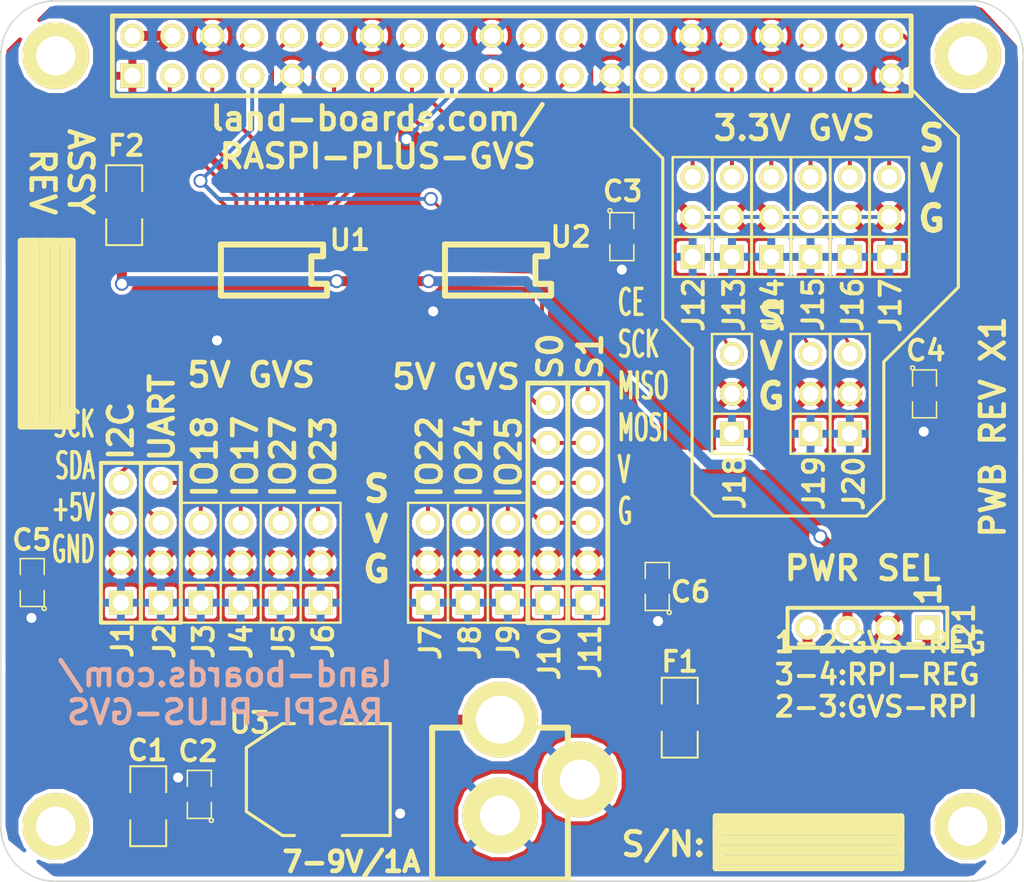
<source format=kicad_pcb>
(kicad_pcb (version 3) (host pcbnew "(2013-05-31 BZR 4019)-stable")
  (layers (15 F.Cu signal hide) (0 B.Cu signal hide) (20 B.SilkS user) (21 F.SilkS user) (22 B.Mask user) (23 F.Mask user) (28 Edge.Cuts user))
  (net 0 "")
  (net 1 /+3.3V)
  (net 2 /BIO_17)
  (net 3 /BIO_18)
  (net 4 /BIO_22)
  (net 5 /BIO_23)
  (net 6 /BIO_24)
  (net 7 /BIO_25)
  (net 8 /BIO_27)
  (net 9 /BRXD0)
  (net 10 /BSCLK1)
  (net 11 /BSDA1)
  (net 12 /BSPICE0)
  (net 13 /BSPICE1)
  (net 14 /BSPIMISO)
  (net 15 /BSPIMOSI)
  (net 16 /BSPISCK)
  (net 17 /BTXD0)
  (net 18 /GND)
  (net 19 /GV5V)
  (net 20 /IO_12)
  (net 21 /IO_13)
  (net 22 /IO_16)
  (net 23 /IO_17)
  (net 24 /IO_18)
  (net 25 /IO_19)
  (net 26 /IO_20)
  (net 27 /IO_21)
  (net 28 /IO_22)
  (net 29 /IO_23)
  (net 30 /IO_24)
  (net 31 /IO_25)
  (net 32 /IO_26)
  (net 33 /IO_27)
  (net 34 /IO_4)
  (net 35 /IO_5)
  (net 36 /IO_6)
  (net 37 /R5)
  (net 38 /RP5V)
  (net 39 /RXD0)
  (net 40 /SCLK1)
  (net 41 /SDA1)
  (net 42 /SPICE0)
  (net 43 /SPICE1)
  (net 44 /SPIMISO)
  (net 45 /SPIMOSI)
  (net 46 /SPISCK)
  (net 47 /TXD0)
  (net 48 /VR5V)
  (net 49 /VRIN)
  (net 50 /VROUT)
  (module PIN_ARRAY_4x1 (layer F.Cu) (at 10.18 34.47 90)
    (fp_text reference J2 (at -6.2716 0.234 90) (layer F.SilkS) (effects (font (size 1.27 1.27) (thickness 0.254))))
    (fp_text value CONN_4 hide)
    (pad 1 thru_hole rect (at -3.81 0 90) (size 1.524 1.524) (drill 1.016) (layers *.Cu *.Mask F.SilkS) (net 18 /GND))
    (pad 2 thru_hole circle (at -1.27 0 90) (size 1.524 1.524) (drill 1.016) (layers *.Cu *.Mask F.SilkS) (net 19 /GV5V))
    (pad 3 thru_hole circle (at 1.27 0 90) (size 1.524 1.524) (drill 1.016) (layers *.Cu *.Mask F.SilkS) (net 17 /BTXD0))
    (pad 4 thru_hole circle (at 3.81 0 90) (size 1.524 1.524) (drill 1.016) (layers *.Cu *.Mask F.SilkS) (net 9 /BRXD0))
  )
  (module PIN_ARRAY_3X1 (layer F.Cu) (at 12.72 35.74 90)
    (fp_text reference J3 (at -5.0016 0.1832 90) (layer F.SilkS) (effects (font (size 1.27 1.27) (thickness 0.254))))
    (fp_text value CONN_3 hide)
    (pad 1 thru_hole rect (at -2.54 0 90) (size 1.524 1.524) (drill 1.016) (layers *.Cu *.Mask F.SilkS) (net 18 /GND))
    (pad 2 thru_hole circle (at 0 0 90) (size 1.524 1.524) (drill 1.016) (layers *.Cu *.Mask F.SilkS) (net 19 /GV5V))
    (pad 3 thru_hole circle (at 2.54 0 90) (size 1.524 1.524) (drill 1.016) (layers *.Cu *.Mask F.SilkS) (net 3 /BIO_18))
  )
  (module PIN_ARRAY_3X1 (layer F.Cu) (at 17.8 35.74 90)
    (fp_text reference J5 (at -5.0016 0.1832 90) (layer F.SilkS) (effects (font (size 1.27 1.27) (thickness 0.254))))
    (fp_text value CONN_3 hide)
    (pad 1 thru_hole rect (at -2.54 0 90) (size 1.524 1.524) (drill 1.016) (layers *.Cu *.Mask F.SilkS) (net 18 /GND))
    (pad 2 thru_hole circle (at 0 0 90) (size 1.524 1.524) (drill 1.016) (layers *.Cu *.Mask F.SilkS) (net 19 /GV5V))
    (pad 3 thru_hole circle (at 2.54 0 90) (size 1.524 1.524) (drill 1.016) (layers *.Cu *.Mask F.SilkS) (net 8 /BIO_27))
  )
  (module PIN_ARRAY_3X1 (layer F.Cu) (at 27.17 35.74 90)
    (fp_text reference J7 (at -5.0778 0.1604 90) (layer F.SilkS) (effects (font (size 1.27 1.27) (thickness 0.254))))
    (fp_text value CONN_3 hide)
    (pad 1 thru_hole rect (at -2.54 0 90) (size 1.524 1.524) (drill 1.016) (layers *.Cu *.Mask F.SilkS) (net 18 /GND))
    (pad 2 thru_hole circle (at 0 0 90) (size 1.524 1.524) (drill 1.016) (layers *.Cu *.Mask F.SilkS) (net 19 /GV5V))
    (pad 3 thru_hole circle (at 2.54 0 90) (size 1.524 1.524) (drill 1.016) (layers *.Cu *.Mask F.SilkS) (net 4 /BIO_22))
  )
  (module PIN_ARRAY_3X1 (layer F.Cu) (at 32.25 35.74 90)
    (fp_text reference J9 (at -5.0524 0.0334 90) (layer F.SilkS) (effects (font (size 1.27 1.27) (thickness 0.254))))
    (fp_text value CONN_3 hide)
    (pad 1 thru_hole rect (at -2.54 0 90) (size 1.524 1.524) (drill 1.016) (layers *.Cu *.Mask F.SilkS) (net 18 /GND))
    (pad 2 thru_hole circle (at 0 0 90) (size 1.524 1.524) (drill 1.016) (layers *.Cu *.Mask F.SilkS) (net 19 /GV5V))
    (pad 3 thru_hole circle (at 2.54 0 90) (size 1.524 1.524) (drill 1.016) (layers *.Cu *.Mask F.SilkS) (net 7 /BIO_25))
  )
  (module PIN_ARRAY_3X1 (layer F.Cu) (at 20.34 35.74 90)
    (fp_text reference J6 (at -5.0016 0.1578 90) (layer F.SilkS) (effects (font (size 1.27 1.27) (thickness 0.254))))
    (fp_text value CONN_3 hide)
    (pad 1 thru_hole rect (at -2.54 0 90) (size 1.524 1.524) (drill 1.016) (layers *.Cu *.Mask F.SilkS) (net 18 /GND))
    (pad 2 thru_hole circle (at 0 0 90) (size 1.524 1.524) (drill 1.016) (layers *.Cu *.Mask F.SilkS) (net 19 /GV5V))
    (pad 3 thru_hole circle (at 2.54 0 90) (size 1.524 1.524) (drill 1.016) (layers *.Cu *.Mask F.SilkS) (net 5 /BIO_23))
  )
  (module PIN_ARRAY_3X1 (layer F.Cu) (at 29.71 35.74 90)
    (fp_text reference J8 (at -5.0778 0.135 90) (layer F.SilkS) (effects (font (size 1.27 1.27) (thickness 0.254))))
    (fp_text value CONN_3 hide)
    (pad 1 thru_hole rect (at -2.54 0 90) (size 1.524 1.524) (drill 1.016) (layers *.Cu *.Mask F.SilkS) (net 18 /GND))
    (pad 2 thru_hole circle (at 0 0 90) (size 1.524 1.524) (drill 1.016) (layers *.Cu *.Mask F.SilkS) (net 19 /GV5V))
    (pad 3 thru_hole circle (at 2.54 0 90) (size 1.524 1.524) (drill 1.016) (layers *.Cu *.Mask F.SilkS) (net 6 /BIO_24))
  )
  (module PIN_ARRAY-6X1 (layer F.Cu) (at 37.33 31.93 90)
    (fp_text reference J11 (at -9.472 0.1604 90) (layer F.SilkS) (effects (font (size 1.27 1.27) (thickness 0.254))))
    (fp_text value CONN_6 hide)
    (pad 1 thru_hole rect (at -6.35 0 90) (size 1.524 1.524) (drill 1.016) (layers *.Cu *.Mask F.SilkS) (net 18 /GND))
    (pad 2 thru_hole circle (at -3.81 0 90) (size 1.524 1.524) (drill 1.016) (layers *.Cu *.Mask F.SilkS) (net 19 /GV5V))
    (pad 3 thru_hole circle (at -1.27 0 90) (size 1.524 1.524) (drill 1.016) (layers *.Cu *.Mask F.SilkS) (net 15 /BSPIMOSI))
    (pad 4 thru_hole circle (at 1.27 0 90) (size 1.524 1.524) (drill 1.016) (layers *.Cu *.Mask F.SilkS) (net 14 /BSPIMISO))
    (pad 5 thru_hole circle (at 3.81 0 90) (size 1.524 1.524) (drill 1.016) (layers *.Cu *.Mask F.SilkS) (net 16 /BSPISCK))
    (pad 6 thru_hole circle (at 6.35 0 90) (size 1.524 1.524) (drill 1.016) (layers *.Cu *.Mask F.SilkS) (net 13 /BSPICE1))
  )
  (module SM1206 (layer F.Cu) (at 43.18 45.593 90)
    (fp_text reference F1 (at 3.556 0 180) (layer F.SilkS) (effects (font (size 1.27 1.27) (thickness 0.254))))
    (fp_text value FUSE hide)
    (pad 1 smd rect (at -1.651 0 90) (size 1.524 2.032) (layers F.Cu F.Mask) (net 50 /VROUT))
    (pad 2 smd rect (at 1.651 0 90) (size 1.524 2.032) (layers F.Cu F.Mask) (net 48 /VR5V))
  )
  (module PIN_ARRAY_4x1 (layer F.Cu) (at 7.64 34.47 90)
    (fp_text reference J1 (at -6.2208 0.107 90) (layer F.SilkS) (effects (font (size 1.27 1.27) (thickness 0.254))))
    (fp_text value CONN_4 hide)
    (pad 1 thru_hole rect (at -3.81 0 90) (size 1.524 1.524) (drill 1.016) (layers *.Cu *.Mask F.SilkS) (net 18 /GND))
    (pad 2 thru_hole circle (at -1.27 0 90) (size 1.524 1.524) (drill 1.016) (layers *.Cu *.Mask F.SilkS) (net 19 /GV5V))
    (pad 3 thru_hole circle (at 1.27 0 90) (size 1.524 1.524) (drill 1.016) (layers *.Cu *.Mask F.SilkS) (net 11 /BSDA1))
    (pad 4 thru_hole circle (at 3.81 0 90) (size 1.524 1.524) (drill 1.016) (layers *.Cu *.Mask F.SilkS) (net 10 /BSCLK1))
  )
  (module PIN_ARRAY_3X1 (layer F.Cu) (at 15.26 35.74 90)
    (fp_text reference J4 (at -5.027 0.0562 90) (layer F.SilkS) (effects (font (size 1.27 1.27) (thickness 0.254))))
    (fp_text value CONN_3 hide)
    (pad 1 thru_hole rect (at -2.54 0 90) (size 1.524 1.524) (drill 1.016) (layers *.Cu *.Mask F.SilkS) (net 18 /GND))
    (pad 2 thru_hole circle (at 0 0 90) (size 1.524 1.524) (drill 1.016) (layers *.Cu *.Mask F.SilkS) (net 19 /GV5V))
    (pad 3 thru_hole circle (at 2.54 0 90) (size 1.524 1.524) (drill 1.016) (layers *.Cu *.Mask F.SilkS) (net 2 /BIO_17))
  )
  (module PIN_ARRAY-6X1 (layer F.Cu) (at 34.79 31.93 90)
    (fp_text reference J10 (at -9.5736 0.1096 90) (layer F.SilkS) (effects (font (size 1.27 1.27) (thickness 0.254))))
    (fp_text value CONN_6 hide)
    (pad 1 thru_hole rect (at -6.35 0 90) (size 1.524 1.524) (drill 1.016) (layers *.Cu *.Mask F.SilkS) (net 18 /GND))
    (pad 2 thru_hole circle (at -3.81 0 90) (size 1.524 1.524) (drill 1.016) (layers *.Cu *.Mask F.SilkS) (net 19 /GV5V))
    (pad 3 thru_hole circle (at -1.27 0 90) (size 1.524 1.524) (drill 1.016) (layers *.Cu *.Mask F.SilkS) (net 15 /BSPIMOSI))
    (pad 4 thru_hole circle (at 1.27 0 90) (size 1.524 1.524) (drill 1.016) (layers *.Cu *.Mask F.SilkS) (net 14 /BSPIMISO))
    (pad 5 thru_hole circle (at 3.81 0 90) (size 1.524 1.524) (drill 1.016) (layers *.Cu *.Mask F.SilkS) (net 16 /BSPISCK))
    (pad 6 thru_hole circle (at 6.35 0 90) (size 1.524 1.524) (drill 1.016) (layers *.Cu *.Mask F.SilkS) (net 12 /BSPICE0))
  )
  (module SOG20 (layer F.Cu) (at 31.5 17 180)
    (fp_text reference U2 (at -4.7458 1.9886 180) (layer F.SilkS) (effects (font (size 1.27 1.27) (thickness 0.254))))
    (fp_text value TXB0108 hide)
    (pad 11 smd rect (at 2.95 -2.8 180) (size 0.25 1.55) (layers F.Cu F.Mask) (net 18 /GND))
    (pad 12 smd rect (at 2.275 -2.8 180) (size 0.25 1.55) (layers F.Cu F.Mask) (net 4 /BIO_22))
    (pad 13 smd rect (at 1.625 -2.8 180) (size 0.25 1.55) (layers F.Cu F.Mask) (net 6 /BIO_24))
    (pad 14 smd rect (at 0.975 -2.8 180) (size 0.25 1.55) (layers F.Cu F.Mask) (net 7 /BIO_25))
    (pad 15 smd rect (at 0.325 -2.8 180) (size 0.25 1.55) (layers F.Cu F.Mask) (net 15 /BSPIMOSI))
    (pad 16 smd rect (at -0.325 -2.8 180) (size 0.25 1.55) (layers F.Cu F.Mask) (net 14 /BSPIMISO))
    (pad 17 smd rect (at -0.975 -2.8 180) (size 0.25 1.55) (layers F.Cu F.Mask) (net 16 /BSPISCK))
    (pad 18 smd rect (at -1.625 -2.8 180) (size 0.25 1.55) (layers F.Cu F.Mask) (net 12 /BSPICE0))
    (pad 19 smd rect (at -2.275 -2.8 180) (size 0.25 1.55) (layers F.Cu F.Mask) (net 19 /GV5V))
    (pad 20 smd rect (at -2.925 -2.8 180) (size 0.25 1.55) (layers F.Cu F.Mask) (net 13 /BSPICE1))
    (pad 1 smd rect (at -2.925 2.8 180) (size 0.25 1.55) (layers F.Cu F.Mask) (net 43 /SPICE1))
    (pad 2 smd rect (at -2.275 2.8 180) (size 0.25 1.55) (layers F.Cu F.Mask) (net 1 /+3.3V))
    (pad 3 smd rect (at -1.625 2.8 180) (size 0.25 1.55) (layers F.Cu F.Mask) (net 42 /SPICE0))
    (pad 4 smd rect (at -0.975 2.8 180) (size 0.25 1.55) (layers F.Cu F.Mask) (net 46 /SPISCK))
    (pad 5 smd rect (at -0.325 2.8 180) (size 0.25 1.55) (layers F.Cu F.Mask) (net 44 /SPIMISO))
    (pad 6 smd rect (at 0.325 2.8 180) (size 0.25 1.55) (layers F.Cu F.Mask) (net 45 /SPIMOSI))
    (pad 7 smd rect (at 0.975 2.8 180) (size 0.25 1.55) (layers F.Cu F.Mask) (net 31 /IO_25))
    (pad 8 smd rect (at 1.625 2.8 180) (size 0.25 1.55) (layers F.Cu F.Mask) (net 30 /IO_24))
    (pad 9 smd rect (at 2.275 2.8 180) (size 0.25 1.55) (layers F.Cu F.Mask) (net 28 /IO_22))
    (pad 10 smd rect (at 2.925 2.8 180) (size 0.25 1.55) (layers F.Cu F.Mask) (net 34 /IO_4))
  )
  (module SOG20 (layer F.Cu) (at 17.25 17 180)
    (fp_text reference U1 (at -4.9496 1.7854 180) (layer F.SilkS) (effects (font (size 1.27 1.27) (thickness 0.254))))
    (fp_text value TXB0108 hide)
    (pad 11 smd rect (at 2.95 -2.8 180) (size 0.25 1.55) (layers F.Cu F.Mask) (net 18 /GND))
    (pad 12 smd rect (at 2.275 -2.8 180) (size 0.25 1.55) (layers F.Cu F.Mask) (net 11 /BSDA1))
    (pad 13 smd rect (at 1.625 -2.8 180) (size 0.25 1.55) (layers F.Cu F.Mask) (net 10 /BSCLK1))
    (pad 14 smd rect (at 0.975 -2.8 180) (size 0.25 1.55) (layers F.Cu F.Mask) (net 17 /BTXD0))
    (pad 15 smd rect (at 0.325 -2.8 180) (size 0.25 1.55) (layers F.Cu F.Mask) (net 9 /BRXD0))
    (pad 16 smd rect (at -0.325 -2.8 180) (size 0.25 1.55) (layers F.Cu F.Mask) (net 3 /BIO_18))
    (pad 17 smd rect (at -0.975 -2.8 180) (size 0.25 1.55) (layers F.Cu F.Mask) (net 2 /BIO_17))
    (pad 18 smd rect (at -1.625 -2.8 180) (size 0.25 1.55) (layers F.Cu F.Mask) (net 8 /BIO_27))
    (pad 19 smd rect (at -2.275 -2.8 180) (size 0.25 1.55) (layers F.Cu F.Mask) (net 19 /GV5V))
    (pad 20 smd rect (at -2.925 -2.8 180) (size 0.25 1.55) (layers F.Cu F.Mask) (net 5 /BIO_23))
    (pad 1 smd rect (at -2.925 2.8 180) (size 0.25 1.55) (layers F.Cu F.Mask) (net 29 /IO_23))
    (pad 2 smd rect (at -2.275 2.8 180) (size 0.25 1.55) (layers F.Cu F.Mask) (net 1 /+3.3V))
    (pad 3 smd rect (at -1.625 2.8 180) (size 0.25 1.55) (layers F.Cu F.Mask) (net 33 /IO_27))
    (pad 4 smd rect (at -0.975 2.8 180) (size 0.25 1.55) (layers F.Cu F.Mask) (net 23 /IO_17))
    (pad 5 smd rect (at -0.325 2.8 180) (size 0.25 1.55) (layers F.Cu F.Mask) (net 24 /IO_18))
    (pad 6 smd rect (at 0.325 2.8 180) (size 0.25 1.55) (layers F.Cu F.Mask) (net 39 /RXD0))
    (pad 7 smd rect (at 0.975 2.8 180) (size 0.25 1.55) (layers F.Cu F.Mask) (net 47 /TXD0))
    (pad 8 smd rect (at 1.625 2.8 180) (size 0.25 1.55) (layers F.Cu F.Mask) (net 40 /SCLK1))
    (pad 9 smd rect (at 2.275 2.8 180) (size 0.25 1.55) (layers F.Cu F.Mask) (net 41 /SDA1))
    (pad 10 smd rect (at 2.925 2.8 180) (size 0.25 1.55) (layers F.Cu F.Mask) (net 34 /IO_4))
  )
  (module SOT223 (layer F.Cu) (at 20.193 49.53 90)
    (fp_text reference U3 (at 3.6068 -4.3688 180) (layer F.SilkS) (effects (font (size 1.27 1.27) (thickness 0.254))))
    (fp_text value AP1117 hide)
    (pad 4 smd rect (at 0 -3.302 90) (size 3.6576 2.032) (layers F.Cu F.Mask) (net 50 /VROUT))
    (pad 2 smd rect (at 0 3.302 90) (size 1.016 2.032) (layers F.Cu F.Mask) (net 50 /VROUT))
    (pad 3 smd rect (at 2.286 3.302 90) (size 1.016 2.032) (layers F.Cu F.Mask) (net 49 /VRIN))
    (pad 1 smd rect (at -2.286 3.302 90) (size 1.016 2.032) (layers F.Cu F.Mask) (net 18 /GND))
  )
  (module SM1206 (layer F.Cu) (at 9.3772 51.2246 90)
    (fp_text reference C1 (at 3.5488 -0.0554 180) (layer F.SilkS) (effects (font (size 1.27 1.27) (thickness 0.254))))
    (fp_text value 106 hide)
    (pad 1 smd rect (at -1.651 0 90) (size 1.524 2.032) (layers F.Cu F.Mask) (net 50 /VROUT))
    (pad 2 smd rect (at 1.651 0 90) (size 1.524 2.032) (layers F.Cu F.Mask) (net 18 /GND))
  )
  (module SM1206 (layer F.Cu) (at 7.85 13 270)
    (fp_text reference F2 (at -3.7798 -0.1256 360) (layer F.SilkS) (effects (font (size 1.27 1.27) (thickness 0.254))))
    (fp_text value FUSE hide)
    (pad 1 smd rect (at -1.651 0 270) (size 1.524 2.032) (layers F.Cu F.Mask) (net 37 /R5))
    (pad 2 smd rect (at 1.651 0 270) (size 1.524 2.032) (layers F.Cu F.Mask) (net 38 /RP5V))
  )
  (module PIN_ARRAY_4x1 (layer F.Cu) (at 55.118 39.878 180)
    (fp_text reference J21 (at -6.1468 -0.1524 270) (layer F.SilkS) (effects (font (size 1.27 1.27) (thickness 0.254))))
    (fp_text value CONN_4 hide)
    (pad 1 thru_hole rect (at -3.81 0 180) (size 1.524 1.524) (drill 1.016) (layers *.Cu *.Mask F.SilkS) (net 48 /VR5V))
    (pad 2 thru_hole circle (at -1.27 0 180) (size 1.524 1.524) (drill 1.016) (layers *.Cu *.Mask F.SilkS) (net 19 /GV5V))
    (pad 3 thru_hole circle (at 1.27 0 180) (size 1.524 1.524) (drill 1.016) (layers *.Cu *.Mask F.SilkS) (net 38 /RP5V))
    (pad 4 thru_hole circle (at 3.81 0 180) (size 1.524 1.524) (drill 1.016) (layers *.Cu *.Mask F.SilkS) (net 48 /VR5V))
  )
  (module JACK_2.1MM (layer F.Cu) (at 31.75 51.816 90)
    (fp_text reference J22 hide)
    (fp_text value JACK-3.5MM hide)
    (pad 2 thru_hole circle (at 0 0 90) (size 4.8006 4.8006) (drill 2.54) (layers *.Cu *.Mask F.SilkS) (net 18 /GND))
    (pad 1 thru_hole circle (at 6.096 0 90) (size 4.8006 4.8006) (drill 3.048) (layers *.Cu *.Mask F.SilkS) (net 49 /VRIN))
    (pad 3 thru_hole circle (at 2.286 5.08 90) (size 4.8006 4.8006) (drill 2.54) (layers *.Cu *.Mask F.SilkS) (net 18 /GND))
  )
  (module SM0805 (layer F.Cu) (at 12.6272 50.4746 90)
    (fp_text reference C2 (at 2.748 -0.0796 180) (layer F.SilkS) (effects (font (size 1.27 1.27) (thickness 0.254))))
    (fp_text value 104 hide)
    (pad 1 smd rect (at -0.9525 0 90) (size 0.889 1.397) (layers F.Cu F.Mask) (net 50 /VROUT))
    (pad 2 smd rect (at 0.9525 0 90) (size 0.889 1.397) (layers F.Cu F.Mask) (net 18 /GND))
  )
  (module SM0805 (layer F.Cu) (at 39.5 15 270)
    (fp_text reference C3 (at -2.8842 -0.0478 360) (layer F.SilkS) (effects (font (size 1.27 1.27) (thickness 0.254))))
    (fp_text value 104 hide)
    (pad 1 smd rect (at -0.9525 0 270) (size 0.889 1.397) (layers F.Cu F.Mask) (net 1 /+3.3V))
    (pad 2 smd rect (at 0.9525 0 270) (size 0.889 1.397) (layers F.Cu F.Mask) (net 18 /GND))
  )
  (module SM0805 (layer F.Cu) (at 58.75 25 270)
    (fp_text reference C4 (at -2.7496 -0.0764 360) (layer F.SilkS) (effects (font (size 1.27 1.27) (thickness 0.254))))
    (fp_text value 104 hide)
    (pad 1 smd rect (at -0.9525 0 270) (size 0.889 1.397) (layers F.Cu F.Mask) (net 1 /+3.3V))
    (pad 2 smd rect (at 0.9525 0 270) (size 0.889 1.397) (layers F.Cu F.Mask) (net 18 /GND))
  )
  (module SM0805 (layer F.Cu) (at 2 37 90)
    (fp_text reference C5 (at 2.71 -0.0188 180) (layer F.SilkS) (effects (font (size 1.27 1.27) (thickness 0.254))))
    (fp_text value 104 hide)
    (pad 1 smd rect (at -0.9525 0 90) (size 0.889 1.397) (layers F.Cu F.Mask) (net 18 /GND))
    (pad 2 smd rect (at 0.9525 0 90) (size 0.889 1.397) (layers F.Cu F.Mask) (net 19 /GV5V))
  )
  (module SM0805 (layer F.Cu) (at 41.75 37.25 90)
    (fp_text reference C6 (at -0.342 2.1158 180) (layer F.SilkS) (effects (font (size 1.27 1.27) (thickness 0.254))))
    (fp_text value 104 hide)
    (pad 1 smd rect (at -0.9525 0 90) (size 0.889 1.397) (layers F.Cu F.Mask) (net 18 /GND))
    (pad 2 smd rect (at 0.9525 0 90) (size 0.889 1.397) (layers F.Cu F.Mask) (net 19 /GV5V))
  )
  (module REV_BLOCK (layer F.Cu) (at 51.816 53.3908 180)
    (fp_text reference COUP?2 hide)
    (fp_text value COUPON hide)
  )
  (module REV_BLOCK (layer F.Cu) (at 2.794 20.7264 270)
    (fp_text reference COUP?1 hide)
    (fp_text value COUPON hide)
  )
  (module PIN_ARRAY_3X1 (layer F.Cu) (at 44 13.75 90)
    (fp_text reference J12 (at -5.5794 0.069 90) (layer F.SilkS) (effects (font (size 1.27 1.27) (thickness 0.254))))
    (fp_text value CONN_3 hide)
    (pad 1 thru_hole rect (at -2.54 0 90) (size 1.524 1.524) (drill 1.016) (layers *.Cu *.Mask F.SilkS) (net 18 /GND))
    (pad 2 thru_hole circle (at 0 0 90) (size 1.524 1.524) (drill 1.016) (layers *.Cu *.Mask F.SilkS) (net 1 /+3.3V))
    (pad 3 thru_hole circle (at 2.54 0 90) (size 1.524 1.524) (drill 1.016) (layers *.Cu *.Mask F.SilkS) (net 35 /IO_5))
  )
  (module PIN_ARRAY_3X1 (layer F.Cu) (at 46.5 13.75 90)
    (fp_text reference J13 (at -5.5794 0.1344 90) (layer F.SilkS) (effects (font (size 1.27 1.27) (thickness 0.254))))
    (fp_text value CONN_3 hide)
    (pad 1 thru_hole rect (at -2.54 0 90) (size 1.524 1.524) (drill 1.016) (layers *.Cu *.Mask F.SilkS) (net 18 /GND))
    (pad 2 thru_hole circle (at 0 0 90) (size 1.524 1.524) (drill 1.016) (layers *.Cu *.Mask F.SilkS) (net 1 /+3.3V))
    (pad 3 thru_hole circle (at 2.54 0 90) (size 1.524 1.524) (drill 1.016) (layers *.Cu *.Mask F.SilkS) (net 36 /IO_6))
  )
  (module PIN_ARRAY_3X1 (layer F.Cu) (at 49 13.75 90)
    (fp_text reference J14 (at -5.6048 0.0982 90) (layer F.SilkS) (effects (font (size 1.27 1.27) (thickness 0.254))))
    (fp_text value CONN_3 hide)
    (pad 1 thru_hole rect (at -2.54 0 90) (size 1.524 1.524) (drill 1.016) (layers *.Cu *.Mask F.SilkS) (net 18 /GND))
    (pad 2 thru_hole circle (at 0 0 90) (size 1.524 1.524) (drill 1.016) (layers *.Cu *.Mask F.SilkS) (net 1 /+3.3V))
    (pad 3 thru_hole circle (at 2.54 0 90) (size 1.524 1.524) (drill 1.016) (layers *.Cu *.Mask F.SilkS) (net 21 /IO_13))
  )
  (module PIN_ARRAY_3X1 (layer F.Cu) (at 51.5 13.75 90)
    (fp_text reference J15 (at -5.554 0.1636 90) (layer F.SilkS) (effects (font (size 1.27 1.27) (thickness 0.254))))
    (fp_text value CONN_3 hide)
    (pad 1 thru_hole rect (at -2.54 0 90) (size 1.524 1.524) (drill 1.016) (layers *.Cu *.Mask F.SilkS) (net 18 /GND))
    (pad 2 thru_hole circle (at 0 0 90) (size 1.524 1.524) (drill 1.016) (layers *.Cu *.Mask F.SilkS) (net 1 /+3.3V))
    (pad 3 thru_hole circle (at 2.54 0 90) (size 1.524 1.524) (drill 1.016) (layers *.Cu *.Mask F.SilkS) (net 25 /IO_19))
  )
  (module PIN_ARRAY_3X1 (layer F.Cu) (at 54 13.75 90)
    (fp_text reference J16 (at -5.5794 0.1782 90) (layer F.SilkS) (effects (font (size 1.27 1.27) (thickness 0.254))))
    (fp_text value CONN_3 hide)
    (pad 1 thru_hole rect (at -2.54 0 90) (size 1.524 1.524) (drill 1.016) (layers *.Cu *.Mask F.SilkS) (net 18 /GND))
    (pad 2 thru_hole circle (at 0 0 90) (size 1.524 1.524) (drill 1.016) (layers *.Cu *.Mask F.SilkS) (net 1 /+3.3V))
    (pad 3 thru_hole circle (at 2.54 0 90) (size 1.524 1.524) (drill 1.016) (layers *.Cu *.Mask F.SilkS) (net 32 /IO_26))
  )
  (module PIN_ARRAY_3X1 (layer F.Cu) (at 46.5 25 90)
    (fp_text reference J18 (at -5.6324 0.1852 90) (layer F.SilkS) (effects (font (size 1.27 1.27) (thickness 0.254))))
    (fp_text value CONN_3 hide)
    (pad 1 thru_hole rect (at -2.54 0 90) (size 1.524 1.524) (drill 1.016) (layers *.Cu *.Mask F.SilkS) (net 18 /GND))
    (pad 2 thru_hole circle (at 0 0 90) (size 1.524 1.524) (drill 1.016) (layers *.Cu *.Mask F.SilkS) (net 1 /+3.3V))
    (pad 3 thru_hole circle (at 2.54 0 90) (size 1.524 1.524) (drill 1.016) (layers *.Cu *.Mask F.SilkS) (net 20 /IO_12))
  )
  (module PIN_ARRAY_3X1 (layer F.Cu) (at 51.5 25 90)
    (fp_text reference J19 (at -5.6832 0.2144 90) (layer F.SilkS) (effects (font (size 1.27 1.27) (thickness 0.254))))
    (fp_text value CONN_3 hide)
    (pad 1 thru_hole rect (at -2.54 0 90) (size 1.524 1.524) (drill 1.016) (layers *.Cu *.Mask F.SilkS) (net 18 /GND))
    (pad 2 thru_hole circle (at 0 0 90) (size 1.524 1.524) (drill 1.016) (layers *.Cu *.Mask F.SilkS) (net 1 /+3.3V))
    (pad 3 thru_hole circle (at 2.54 0 90) (size 1.524 1.524) (drill 1.016) (layers *.Cu *.Mask F.SilkS) (net 22 /IO_16))
  )
  (module PIN_ARRAY_3X1 (layer F.Cu) (at 54 25 90)
    (fp_text reference J20 (at -5.7086 0.2544 90) (layer F.SilkS) (effects (font (size 1.27 1.27) (thickness 0.254))))
    (fp_text value CONN_3 hide)
    (pad 1 thru_hole rect (at -2.54 0 90) (size 1.524 1.524) (drill 1.016) (layers *.Cu *.Mask F.SilkS) (net 18 /GND))
    (pad 2 thru_hole circle (at 0 0 90) (size 1.524 1.524) (drill 1.016) (layers *.Cu *.Mask F.SilkS) (net 1 /+3.3V))
    (pad 3 thru_hole circle (at 2.54 0 90) (size 1.524 1.524) (drill 1.016) (layers *.Cu *.Mask F.SilkS) (net 26 /IO_20))
  )
  (module PIN_ARRAY_3X1 (layer F.Cu) (at 56.5 13.75 90)
    (fp_text reference J17 (at -5.6302 0.0912 90) (layer F.SilkS) (effects (font (size 1.27 1.27) (thickness 0.254))))
    (fp_text value CONN_3 hide)
    (pad 1 thru_hole rect (at -2.54 0 90) (size 1.524 1.524) (drill 1.016) (layers *.Cu *.Mask F.SilkS) (net 18 /GND))
    (pad 2 thru_hole circle (at 0 0 90) (size 1.524 1.524) (drill 1.016) (layers *.Cu *.Mask F.SilkS) (net 1 /+3.3V))
    (pad 3 thru_hole circle (at 2.54 0 90) (size 1.524 1.524) (drill 1.016) (layers *.Cu *.Mask F.SilkS) (net 27 /IO_21))
  )
  (module PIN_ARRAY_20X2 (layer F.Cu) (at 32.5 3.5)
    (fp_text reference J24 hide)
    (fp_text value RASPIOPLUS hide)
    (pad 1 thru_hole rect (at -24.13 1.27) (size 1.524 1.524) (drill 1.016) (layers *.Cu *.Mask F.SilkS) (net 1 /+3.3V))
    (pad 2 thru_hole circle (at -24.13 -1.27) (size 1.524 1.524) (drill 1.016) (layers *.Cu *.Mask F.SilkS) (net 37 /R5))
    (pad 11 thru_hole circle (at -11.43 1.27) (size 1.524 1.524) (drill 1.016) (layers *.Cu *.Mask F.SilkS) (net 23 /IO_17))
    (pad 4 thru_hole circle (at -21.59 -1.27) (size 1.524 1.524) (drill 1.016) (layers *.Cu *.Mask F.SilkS) (net 37 /R5))
    (pad 13 thru_hole circle (at -8.89 1.27) (size 1.524 1.524) (drill 1.016) (layers *.Cu *.Mask F.SilkS) (net 33 /IO_27))
    (pad 6 thru_hole circle (at -19.05 -1.27) (size 1.524 1.524) (drill 1.016) (layers *.Cu *.Mask F.SilkS) (net 18 /GND))
    (pad 15 thru_hole circle (at -6.35 1.27) (size 1.524 1.524) (drill 1.016) (layers *.Cu *.Mask F.SilkS) (net 28 /IO_22))
    (pad 8 thru_hole circle (at -16.51 -1.27) (size 1.524 1.524) (drill 1.016) (layers *.Cu *.Mask F.SilkS) (net 47 /TXD0))
    (pad 17 thru_hole circle (at -3.81 1.27) (size 1.524 1.524) (drill 1.016) (layers *.Cu *.Mask F.SilkS) (net 1 /+3.3V))
    (pad 10 thru_hole circle (at -13.97 -1.27) (size 1.524 1.524) (drill 1.016) (layers *.Cu *.Mask F.SilkS) (net 39 /RXD0))
    (pad 19 thru_hole circle (at -1.27 1.27) (size 1.524 1.524) (drill 1.016) (layers *.Cu *.Mask F.SilkS) (net 45 /SPIMOSI))
    (pad 12 thru_hole circle (at -11.43 -1.27) (size 1.524 1.524) (drill 1.016) (layers *.Cu *.Mask F.SilkS) (net 24 /IO_18))
    (pad 21 thru_hole circle (at 1.27 1.27) (size 1.524 1.524) (drill 1.016) (layers *.Cu *.Mask F.SilkS) (net 44 /SPIMISO))
    (pad 14 thru_hole circle (at -8.89 -1.27) (size 1.524 1.524) (drill 1.016) (layers *.Cu *.Mask F.SilkS) (net 18 /GND))
    (pad 23 thru_hole circle (at 3.81 1.27) (size 1.524 1.524) (drill 1.016) (layers *.Cu *.Mask F.SilkS) (net 46 /SPISCK))
    (pad 16 thru_hole circle (at -6.35 -1.27) (size 1.524 1.524) (drill 1.016) (layers *.Cu *.Mask F.SilkS) (net 29 /IO_23))
    (pad 25 thru_hole circle (at 6.35 1.27) (size 1.524 1.524) (drill 1.016) (layers *.Cu *.Mask F.SilkS) (net 18 /GND))
    (pad 18 thru_hole circle (at -3.81 -1.27) (size 1.524 1.524) (drill 1.016) (layers *.Cu *.Mask F.SilkS) (net 30 /IO_24))
    (pad 27 thru_hole circle (at 8.89 1.27) (size 1.524 1.524) (drill 1.016) (layers *.Cu *.Mask F.SilkS))
    (pad 20 thru_hole circle (at -1.27 -1.27) (size 1.524 1.524) (drill 1.016) (layers *.Cu *.Mask F.SilkS) (net 18 /GND))
    (pad 29 thru_hole circle (at 11.43 1.27) (size 1.524 1.524) (drill 1.016) (layers *.Cu *.Mask F.SilkS) (net 35 /IO_5))
    (pad 22 thru_hole circle (at 1.27 -1.27) (size 1.524 1.524) (drill 1.016) (layers *.Cu *.Mask F.SilkS) (net 31 /IO_25))
    (pad 31 thru_hole circle (at 13.97 1.27) (size 1.524 1.524) (drill 1.016) (layers *.Cu *.Mask F.SilkS) (net 36 /IO_6))
    (pad 24 thru_hole circle (at 3.81 -1.27) (size 1.524 1.524) (drill 1.016) (layers *.Cu *.Mask F.SilkS) (net 42 /SPICE0))
    (pad 26 thru_hole circle (at 6.35 -1.27) (size 1.524 1.524) (drill 1.016) (layers *.Cu *.Mask F.SilkS) (net 43 /SPICE1))
    (pad 33 thru_hole circle (at 16.51 1.27) (size 1.524 1.524) (drill 1.016) (layers *.Cu *.Mask F.SilkS) (net 21 /IO_13))
    (pad 28 thru_hole circle (at 8.89 -1.27) (size 1.524 1.524) (drill 1.016) (layers *.Cu *.Mask F.SilkS))
    (pad 32 thru_hole circle (at 13.97 -1.27) (size 1.524 1.524) (drill 1.016) (layers *.Cu *.Mask F.SilkS) (net 20 /IO_12))
    (pad 34 thru_hole circle (at 16.51 -1.27) (size 1.524 1.524) (drill 1.016) (layers *.Cu *.Mask F.SilkS) (net 18 /GND))
    (pad 36 thru_hole circle (at 19.05 -1.27) (size 1.524 1.524) (drill 1.016) (layers *.Cu *.Mask F.SilkS) (net 22 /IO_16))
    (pad 38 thru_hole circle (at 21.59 -1.27) (size 1.524 1.524) (drill 1.016) (layers *.Cu *.Mask F.SilkS) (net 26 /IO_20))
    (pad 35 thru_hole circle (at 19.05 1.27) (size 1.524 1.524) (drill 1.016) (layers *.Cu *.Mask F.SilkS) (net 25 /IO_19))
    (pad 37 thru_hole circle (at 21.59 1.27) (size 1.524 1.524) (drill 1.016) (layers *.Cu *.Mask F.SilkS) (net 32 /IO_26))
    (pad 3 thru_hole circle (at -21.59 1.27) (size 1.524 1.524) (drill 1.016) (layers *.Cu *.Mask F.SilkS) (net 41 /SDA1))
    (pad 5 thru_hole circle (at -19.05 1.27) (size 1.524 1.524) (drill 1.016) (layers *.Cu *.Mask F.SilkS) (net 40 /SCLK1))
    (pad 7 thru_hole circle (at -16.51 1.27) (size 1.524 1.524) (drill 1.016) (layers *.Cu *.Mask F.SilkS) (net 34 /IO_4))
    (pad 9 thru_hole circle (at -13.97 1.27) (size 1.524 1.524) (drill 1.016) (layers *.Cu *.Mask F.SilkS) (net 18 /GND))
    (pad 39 thru_hole circle (at 24.13 1.27) (size 1.524 1.524) (drill 1.016) (layers *.Cu *.Mask F.SilkS) (net 18 /GND))
    (pad 40 thru_hole circle (at 24.13 -1.27) (size 1.524 1.524) (drill 1.016) (layers *.Cu *.Mask F.SilkS) (net 27 /IO_21))
    (pad 30 thru_hole circle (at 11.43 -1.27) (size 1.524 1.524) (drill 1.016) (layers *.Cu *.Mask F.SilkS) (net 18 /GND))
  )
  (module MTG-2.5MM (layer F.Cu) (at 61.5 52.5)
    (fp_text reference MTG4 hide)
    (fp_text value CONN_1 hide)
    (pad 1 thru_hole circle (at 0 0) (size 4.2418 4.2418) (drill 2.49936) (layers *.Cu *.Mask F.SilkS))
  )
  (module MTG-2.5MM (layer F.Cu) (at 3.5 52.5)
    (fp_text reference MTG3 hide)
    (fp_text value CONN_1 hide)
    (pad 1 thru_hole circle (at 0 0) (size 4.2418 4.2418) (drill 2.49936) (layers *.Cu *.Mask F.SilkS))
  )
  (module MTG-2.5MM (layer F.Cu) (at 61.5 3.5)
    (fp_text reference MTG2 hide)
    (fp_text value CONN_1 hide)
    (pad 1 thru_hole circle (at 0 0) (size 4.2418 4.2418) (drill 2.49936) (layers *.Cu *.Mask F.SilkS))
  )
  (module MTG-2.5MM (layer F.Cu) (at 3.5 3.5)
    (fp_text reference MTG1 hide)
    (fp_text value CONN_1 hide)
    (pad 1 thru_hole circle (at 0 0) (size 4.2418 4.2418) (drill 2.49936) (layers *.Cu *.Mask F.SilkS))
  )
  (gr_line (start 40.1066 8.0264) (end 40.1066 0.889) (angle 90) (layer F.SilkS) (width 0.2))
  (gr_line (start 42.0878 10.0076) (end 40.1066 8.0264) (angle 90) (layer F.SilkS) (width 0.2))
  (gr_line (start 43.9674 31.4198) (end 43.9674 22.0726) (angle 90) (layer F.SilkS) (width 0.2))
  (gr_line (start 45.3136 32.766) (end 43.9674 31.4198) (angle 90) (layer F.SilkS) (width 0.2))
  (gr_line (start 55.0672 32.766) (end 45.3136 32.766) (angle 90) (layer F.SilkS) (width 0.2))
  (gr_line (start 56.1594 31.6738) (end 55.0672 32.766) (angle 90) (layer F.SilkS) (width 0.2))
  (gr_line (start 56.1594 22.9616) (end 56.1594 31.6738) (angle 90) (layer F.SilkS) (width 0.2))
  (gr_line (start 60.9092 18.2118) (end 56.1594 22.9616) (angle 90) (layer F.SilkS) (width 0.2))
  (gr_text "1-2:GVS-REG\n3-4:RPI-REG\n2-3:GVS-RPI" (at 49.0728 42.8498) (layer F.SilkS) (effects (font (size 1.27 1.27) (thickness 0.25)) (justify left)))
  (gr_text "PWR SEL" (at 59.944 36.0934) (layer F.SilkS) (effects (font (size 1.5 1.5) (thickness 0.3)) (justify right)))
  (gr_text "5V GVS" (at 28.956 23.9268) (layer F.SilkS) (effects (font (size 1.5 1.5) (thickness 0.3))))
  (gr_line (start 60.9 8.6) (end 57.9 5.6) (angle 90) (layer F.SilkS) (width 0.2))
  (gr_line (start 60.9 18.2) (end 60.9 8.6) (angle 90) (layer F.SilkS) (width 0.2))
  (gr_line (start 42.1 20.2) (end 44 22.1) (angle 90) (layer F.SilkS) (width 0.2))
  (gr_line (start 42.1 10) (end 42.1 20.2) (angle 90) (layer F.SilkS) (width 0.2))
  (gr_text "S\nV\nG" (at 59.2 11.3) (layer F.SilkS) (effects (font (size 1.5875 1.5875) (thickness 0.381))))
  (gr_text "S\nV\nG" (at 49 22.6) (layer F.SilkS) (effects (font (size 1.5875 1.5875) (thickness 0.381))))
  (gr_text "3.3V GVS" (at 50.4698 8.1026) (layer F.SilkS) (effects (font (size 1.5 1.5) (thickness 0.3))))
  (gr_text "5V GVS" (at 15.9258 23.7998) (layer F.SilkS) (effects (font (size 1.5 1.5) (thickness 0.3))))
  (gr_text "land-boards.com/\nRASPI-PLUS-GVS" (at 14.2748 44.0436) (layer B.SilkS) (effects (font (size 1.5 1.5) (thickness 0.3)) (justify mirror)))
  (gr_line (start 61.5 56) (end 3.5 56) (angle 90) (layer Edge.Cuts) (width 0.1))
  (gr_line (start 65 4) (end 65 52.5) (angle 90) (layer Edge.Cuts) (width 0.1))
  (gr_line (start 3.5 0) (end 62 0) (angle 90) (layer Edge.Cuts) (width 0.1))
  (gr_line (start 0 52.5) (end 0 3.5) (angle 90) (layer Edge.Cuts) (width 0.1))
  (gr_arc (start 61.5 3.5) (end 62 0) (angle 90) (layer Edge.Cuts) (width 0.1))
  (gr_arc (start 61.5 52.5) (end 65 52.5) (angle 90) (layer Edge.Cuts) (width 0.1))
  (gr_arc (start 3.5 52.5) (end 3.5 56) (angle 90) (layer Edge.Cuts) (width 0.1))
  (gr_arc (start 3.5 3.5) (end 0 3.5) (angle 90) (layer Edge.Cuts) (width 0.1))
  (gr_text "PWB REV X1" (at 63.1 27.1 90) (layer F.SilkS) (effects (font (size 1.5 1.5) (thickness 0.3))))
  (gr_text "ASSY\nREV" (at 3.8608 13.7922 270) (layer F.SilkS) (effects (font (size 1.5 1.5) (thickness 0.3)) (justify right)))
  (gr_text S/N: (at 42.1386 53.6448) (layer F.SilkS) (effects (font (size 1.5 1.5) (thickness 0.3))))
  (gr_text 1 (at 59.0042 37.719 90) (layer F.SilkS) (effects (font (size 1.5 1.5) (thickness 0.3))))
  (gr_text 7-9V/1A (at 22.3012 54.7624) (layer F.SilkS) (effects (font (size 1.27 1.27) (thickness 0.3))))
  (gr_text "SCK\nSDA\n+5V\nGND" (at 6.116 30.914) (layer F.SilkS) (effects (font (size 1.651 0.889) (thickness 0.22225)) (justify right)))
  (gr_text "CE\nSCK\nMISO\nMOSI\nV\nG" (at 39.108 25.834) (layer F.SilkS) (effects (font (size 1.651 0.889) (thickness 0.22225)) (justify left)))
  (gr_text "land-boards.com/\nRASPI-PLUS-GVS" (at 23.9776 8.6868) (layer F.SilkS) (effects (font (size 1.5 1.5) (thickness 0.3))))
  (gr_text S1 (at 37.4904 22.606 90) (layer F.SilkS) (effects (font (size 1.5 1.5) (thickness 0.3))))
  (gr_text S0 (at 34.9504 22.606 90) (layer F.SilkS) (effects (font (size 1.5 1.5) (thickness 0.3))))
  (gr_text IO25 (at 32.3088 29.0322 90) (layer F.SilkS) (effects (font (size 1.5 1.5) (thickness 0.3))))
  (gr_text IO24 (at 29.7942 29.0068 90) (layer F.SilkS) (effects (font (size 1.5 1.5) (thickness 0.3))))
  (gr_text IO22 (at 27.2796 29.0068 90) (layer F.SilkS) (effects (font (size 1.5 1.5) (thickness 0.3))))
  (gr_text IO23 (at 20.5232 29.0068 90) (layer F.SilkS) (effects (font (size 1.5 1.5) (thickness 0.3))))
  (gr_text IO27 (at 17.9578 28.9814 90) (layer F.SilkS) (effects (font (size 1.5 1.5) (thickness 0.3))))
  (gr_text IO17 (at 15.5448 28.9814 90) (layer F.SilkS) (effects (font (size 1.5 1.5) (thickness 0.3))))
  (gr_text IO18 (at 12.9794 28.9814 90) (layer F.SilkS) (effects (font (size 1.5 1.5) (thickness 0.3))))
  (gr_text UART (at 10.25 26.5 90) (layer F.SilkS) (effects (font (size 1.5 1.5) (thickness 0.3))))
  (gr_text I2C (at 7.64 27.358 90) (layer F.SilkS) (effects (font (size 1.5 1.5) (thickness 0.3))))
  (gr_text "S\nV\nG" (at 23.9 33.6) (layer F.SilkS) (effects (font (size 1.5875 1.5875) (thickness 0.381))))
  (segment (start 44 13.75) (end 46.5 13.75) (width 0.254) (layer B.Cu) (net 1))
  (segment (start 46.5 13.75) (end 49 13.75) (width 0.254) (layer B.Cu) (net 1))
  (segment (start 49 13.75) (end 51.5 13.75) (width 0.254) (layer B.Cu) (net 1))
  (segment (start 51.5 13.75) (end 54 13.75) (width 0.254) (layer B.Cu) (net 1))
  (segment (start 54 13.75) (end 56.5 13.75) (width 0.254) (layer B.Cu) (net 1))
  (segment (start 28.69 4.77) (end 28.69 5.91) (width 0.254) (layer B.Cu) (net 1))
  (via (at 25.8 8.8) (size 0.889) (layers F.Cu B.Cu) (net 1))
  (segment (start 28.69 5.91) (end 25.8 8.8) (width 0.254) (layer B.Cu) (net 1))
  (segment (start 18.225 19.8) (end 18.225 28.375) (width 0.254) (layer F.Cu) (net 2))
  (segment (start 15.26 31.34) (end 15.26 33.2) (width 0.254) (layer F.Cu) (net 2))
  (segment (start 18.225 28.375) (end 15.26 31.34) (width 0.254) (layer F.Cu) (net 2))
  (segment (start 17.575 19.8) (end 17.575 26.025) (width 0.254) (layer F.Cu) (net 3))
  (segment (start 12.72 30.88) (end 12.72 33.2) (width 0.254) (layer F.Cu) (net 3))
  (segment (start 17.575 26.025) (end 12.72 30.88) (width 0.254) (layer F.Cu) (net 3))
  (segment (start 29.225 19.8) (end 29.225 21.325) (width 0.254) (layer F.Cu) (net 4))
  (segment (start 27.17 23.38) (end 27.17 33.2) (width 0.254) (layer F.Cu) (net 4))
  (segment (start 29.225 21.325) (end 27.17 23.38) (width 0.254) (layer F.Cu) (net 4))
  (segment (start 20.175 19.8) (end 20.175 33.035) (width 0.254) (layer F.Cu) (net 5))
  (segment (start 20.175 33.035) (end 20.34 33.2) (width 0.254) (layer F.Cu) (net 5))
  (segment (start 29.875 19.8) (end 29.875 33.035) (width 0.254) (layer F.Cu) (net 6))
  (segment (start 29.875 33.035) (end 29.71 33.2) (width 0.254) (layer F.Cu) (net 6))
  (segment (start 30.525 19.8) (end 30.525 29.725) (width 0.254) (layer F.Cu) (net 7))
  (segment (start 32.25 31.45) (end 32.25 33.2) (width 0.254) (layer F.Cu) (net 7))
  (segment (start 30.525 29.725) (end 32.25 31.45) (width 0.254) (layer F.Cu) (net 7))
  (segment (start 18.875 19.8) (end 18.875 30.675) (width 0.254) (layer F.Cu) (net 8))
  (segment (start 17.8 31.75) (end 17.8 33.2) (width 0.254) (layer F.Cu) (net 8))
  (segment (start 18.875 30.675) (end 17.8 31.75) (width 0.254) (layer F.Cu) (net 8))
  (segment (start 16.925 19.8) (end 16.925 25.675) (width 0.254) (layer F.Cu) (net 9))
  (segment (start 11.94 30.66) (end 10.18 30.66) (width 0.254) (layer F.Cu) (net 9))
  (segment (start 16.925 25.675) (end 11.94 30.66) (width 0.254) (layer F.Cu) (net 9))
  (segment (start 15.625 19.8) (end 15.625 22.025) (width 0.254) (layer F.Cu) (net 10))
  (segment (start 7.64 30.01) (end 7.64 30.66) (width 0.254) (layer F.Cu) (net 10))
  (segment (start 15.625 22.025) (end 7.64 30.01) (width 0.254) (layer F.Cu) (net 10))
  (segment (start 14.975 19.8) (end 14.975 21.725) (width 0.254) (layer F.Cu) (net 11))
  (segment (start 6.3 31.86) (end 7.64 33.2) (width 0.254) (layer F.Cu) (net 11))
  (segment (start 6.3 29.35) (end 6.3 31.86) (width 0.254) (layer F.Cu) (net 11))
  (segment (start 6.45 29.2) (end 6.3 29.35) (width 0.254) (layer F.Cu) (net 11))
  (segment (start 7.5 29.2) (end 6.45 29.2) (width 0.254) (layer F.Cu) (net 11))
  (segment (start 14.975 21.725) (end 7.5 29.2) (width 0.254) (layer F.Cu) (net 11))
  (segment (start 33.125 19.8) (end 33.125 24.675) (width 0.254) (layer F.Cu) (net 12))
  (segment (start 34.03 25.58) (end 34.79 25.58) (width 0.254) (layer F.Cu) (net 12))
  (segment (start 33.125 24.675) (end 34.03 25.58) (width 0.254) (layer F.Cu) (net 12))
  (segment (start 34.425 19.8) (end 34.425 20.925) (width 0.254) (layer F.Cu) (net 13))
  (segment (start 37.33 23.83) (end 37.33 25.58) (width 0.254) (layer F.Cu) (net 13))
  (segment (start 34.425 20.925) (end 37.33 23.83) (width 0.254) (layer F.Cu) (net 13))
  (segment (start 34.79 30.66) (end 37.33 30.66) (width 0.254) (layer F.Cu) (net 14))
  (segment (start 31.825 19.8) (end 31.825 29.225) (width 0.254) (layer F.Cu) (net 14))
  (segment (start 33.26 30.66) (end 34.79 30.66) (width 0.254) (layer F.Cu) (net 14))
  (segment (start 31.825 29.225) (end 33.26 30.66) (width 0.254) (layer F.Cu) (net 14))
  (segment (start 34.79 33.2) (end 37.33 33.2) (width 0.254) (layer F.Cu) (net 15))
  (segment (start 31.175 19.8) (end 31.175 29.475) (width 0.254) (layer F.Cu) (net 15))
  (segment (start 34.4 33.2) (end 34.79 33.2) (width 0.254) (layer F.Cu) (net 15))
  (segment (start 33.45 32.25) (end 34.4 33.2) (width 0.254) (layer F.Cu) (net 15))
  (segment (start 33.45 31.75) (end 33.45 32.25) (width 0.254) (layer F.Cu) (net 15))
  (segment (start 31.175 29.475) (end 33.45 31.75) (width 0.254) (layer F.Cu) (net 15))
  (segment (start 32.475 19.8) (end 32.475 26.525) (width 0.254) (layer F.Cu) (net 16))
  (segment (start 34.07 28.12) (end 34.79 28.12) (width 0.254) (layer F.Cu) (net 16))
  (segment (start 32.475 26.525) (end 34.07 28.12) (width 0.254) (layer F.Cu) (net 16))
  (segment (start 34.79 28.12) (end 37.33 28.12) (width 0.254) (layer F.Cu) (net 16))
  (segment (start 16.275 19.8) (end 16.275 22.225) (width 0.254) (layer F.Cu) (net 17))
  (segment (start 8.9 31.92) (end 10.18 33.2) (width 0.254) (layer F.Cu) (net 17))
  (segment (start 8.9 29.6) (end 8.9 31.92) (width 0.254) (layer F.Cu) (net 17))
  (segment (start 16.275 22.225) (end 8.9 29.6) (width 0.254) (layer F.Cu) (net 17))
  (segment (start 12.6272 49.5221) (end 11.3967 49.5221) (width 0.635) (layer F.Cu) (net 18))
  (segment (start 11.107 49.5736) (end 11.2776 49.403) (width 0.635) (layer F.Cu) (net 18))
  (via (at 11.2776 49.403) (size 0.889) (layers F.Cu B.Cu) (net 18))
  (segment (start 11.107 49.5736) (end 9.3772 49.5736) (width 0.635) (layer F.Cu) (net 18))
  (segment (start 11.3967 49.5221) (end 11.2776 49.403) (width 0.635) (layer F.Cu) (net 18))
  (segment (start 23.495 51.816) (end 25.273 51.816) (width 0.254) (layer F.Cu) (net 18))
  (via (at 25.4 51.689) (size 0.889) (layers F.Cu B.Cu) (net 18))
  (segment (start 25.273 51.816) (end 25.4 51.689) (width 0.254) (layer F.Cu) (net 18))
  (segment (start 2 37.9525) (end 2 39.2) (width 0.254) (layer F.Cu) (net 18))
  (via (at 1.95 39.25) (size 0.889) (layers F.Cu B.Cu) (net 18))
  (segment (start 2 39.2) (end 1.95 39.25) (width 0.254) (layer F.Cu) (net 18))
  (segment (start 58.75 25.9525) (end 58.75 27.35) (width 0.254) (layer F.Cu) (net 18))
  (via (at 58.7 27.4) (size 0.889) (layers F.Cu B.Cu) (net 18))
  (segment (start 58.75 27.35) (end 58.7 27.4) (width 0.254) (layer F.Cu) (net 18))
  (segment (start 28.55 19.8) (end 27.55 19.8) (width 0.254) (layer F.Cu) (net 18))
  (via (at 27.5 19.75) (size 0.889) (layers F.Cu B.Cu) (net 18))
  (segment (start 27.55 19.8) (end 27.5 19.75) (width 0.254) (layer F.Cu) (net 18))
  (segment (start 39.5 15.9525) (end 39.5 17.1) (width 0.254) (layer F.Cu) (net 18))
  (via (at 39.5 17.1) (size 0.889) (layers F.Cu B.Cu) (net 18))
  (segment (start 41.75 38.2025) (end 41.75 39.4) (width 0.254) (layer F.Cu) (net 18))
  (via (at 41.8 39.45) (size 0.889) (layers F.Cu B.Cu) (net 18))
  (segment (start 41.75 39.4) (end 41.8 39.45) (width 0.254) (layer F.Cu) (net 18))
  (segment (start 9.632 49.599) (end 9.831 49.4) (width 0.254) (layer F.Cu) (net 18))
  (segment (start 9.9785 49.5475) (end 9.831 49.4) (width 0.254) (layer F.Cu) (net 18))
  (segment (start 14.3 19.8) (end 14.3 21.3) (width 0.254) (layer F.Cu) (net 18))
  (via (at 13.75 21.6) (size 0.889) (layers F.Cu B.Cu) (net 18))
  (segment (start 14 21.6) (end 13.75 21.6) (width 0.254) (layer F.Cu) (net 18))
  (segment (start 14.3 21.3) (end 14 21.6) (width 0.254) (layer F.Cu) (net 18))
  (segment (start 46.47 2.23) (end 46.32 2.23) (width 0.2032) (layer F.Cu) (net 20))
  (segment (start 45.25 19.96) (end 46.5 22.46) (width 0.2032) (layer F.Cu) (net 20))
  (segment (start 45.25 9.95) (end 45.25 19.96) (width 0.2032) (layer F.Cu) (net 20))
  (segment (start 45.2 9.9) (end 45.25 9.95) (width 0.2032) (layer F.Cu) (net 20))
  (segment (start 45.2 3.35) (end 45.2 9.9) (width 0.2032) (layer F.Cu) (net 20))
  (segment (start 46.32 2.23) (end 45.2 3.35) (width 0.2032) (layer F.Cu) (net 20))
  (segment (start 49 11.21) (end 49 4.78) (width 0.254) (layer F.Cu) (net 21))
  (segment (start 49 4.78) (end 49.01 4.77) (width 0.254) (layer F.Cu) (net 21))
  (segment (start 51.5 22.46) (end 51.5 22.2) (width 0.2032) (layer F.Cu) (net 22))
  (segment (start 50.25 3.53) (end 51.55 2.23) (width 0.2032) (layer F.Cu) (net 22))
  (segment (start 50.25 19.7) (end 50.25 3.53) (width 0.2032) (layer F.Cu) (net 22))
  (segment (start 51.5 22.2) (end 50.25 19.7) (width 0.2032) (layer F.Cu) (net 22))
  (segment (start 18.225 14.2) (end 18.225 11.025) (width 0.254) (layer F.Cu) (net 23))
  (segment (start 21.2 4.9) (end 21.07 4.77) (width 0.254) (layer F.Cu) (net 23))
  (segment (start 21.2 8.05) (end 21.2 4.9) (width 0.254) (layer F.Cu) (net 23))
  (segment (start 18.225 11.025) (end 21.2 8.05) (width 0.254) (layer F.Cu) (net 23))
  (segment (start 21.07 2.23) (end 20.87 2.23) (width 0.254) (layer F.Cu) (net 24))
  (segment (start 17.575 10.625) (end 17.575 14.2) (width 0.254) (layer F.Cu) (net 24))
  (segment (start 19.9 8.3) (end 17.575 10.625) (width 0.254) (layer F.Cu) (net 24))
  (segment (start 19.9 3.2) (end 19.9 8.3) (width 0.254) (layer F.Cu) (net 24))
  (segment (start 20.87 2.23) (end 19.9 3.2) (width 0.254) (layer F.Cu) (net 24))
  (segment (start 51.5 11.21) (end 51.5 4.82) (width 0.254) (layer F.Cu) (net 25))
  (segment (start 51.5 4.82) (end 51.55 4.77) (width 0.254) (layer F.Cu) (net 25))
  (segment (start 54 22.46) (end 54 21.95) (width 0.2032) (layer F.Cu) (net 26))
  (segment (start 52.75 3.57) (end 54.09 2.23) (width 0.2032) (layer F.Cu) (net 26))
  (segment (start 52.75 19.45) (end 52.75 3.57) (width 0.2032) (layer F.Cu) (net 26))
  (segment (start 54 21.95) (end 52.75 19.45) (width 0.2032) (layer F.Cu) (net 26))
  (segment (start 56.5 11.21) (end 56.5 7.75) (width 0.254) (layer F.Cu) (net 27))
  (segment (start 57.43 2.23) (end 56.63 2.23) (width 0.254) (layer F.Cu) (net 27))
  (segment (start 58.1 2.9) (end 57.43 2.23) (width 0.254) (layer F.Cu) (net 27))
  (segment (start 58.1 6.15) (end 58.1 2.9) (width 0.254) (layer F.Cu) (net 27))
  (segment (start 56.5 7.75) (end 58.1 6.15) (width 0.254) (layer F.Cu) (net 27))
  (segment (start 29.225 14.2) (end 29.225 10.475) (width 0.254) (layer F.Cu) (net 28))
  (segment (start 26.15 7.4) (end 26.15 4.77) (width 0.254) (layer F.Cu) (net 28))
  (segment (start 29.225 10.475) (end 26.15 7.4) (width 0.254) (layer F.Cu) (net 28))
  (segment (start 20.175 14.2) (end 20.175 14.075) (width 0.254) (layer F.Cu) (net 29))
  (segment (start 24.9 3.48) (end 26.15 2.23) (width 0.254) (layer F.Cu) (net 29))
  (segment (start 24.9 9.35) (end 24.9 3.48) (width 0.254) (layer F.Cu) (net 29))
  (segment (start 20.175 14.075) (end 24.9 9.35) (width 0.254) (layer F.Cu) (net 29))
  (segment (start 29.875 14.2) (end 29.875 8.875) (width 0.254) (layer F.Cu) (net 30))
  (segment (start 27.3 3.62) (end 28.69 2.23) (width 0.254) (layer F.Cu) (net 30))
  (segment (start 27.3 6.3) (end 27.3 3.62) (width 0.254) (layer F.Cu) (net 30))
  (segment (start 29.875 8.875) (end 27.3 6.3) (width 0.254) (layer F.Cu) (net 30))
  (segment (start 30.525 14.2) (end 30.525 6.675) (width 0.254) (layer F.Cu) (net 31))
  (segment (start 32.45 3.55) (end 33.77 2.23) (width 0.254) (layer F.Cu) (net 31))
  (segment (start 30.6 3.55) (end 32.45 3.55) (width 0.254) (layer F.Cu) (net 31))
  (segment (start 30.05 4.1) (end 30.6 3.55) (width 0.254) (layer F.Cu) (net 31))
  (segment (start 30.05 6.2) (end 30.05 4.1) (width 0.254) (layer F.Cu) (net 31))
  (segment (start 30.525 6.675) (end 30.05 6.2) (width 0.254) (layer F.Cu) (net 31))
  (segment (start 54 11.21) (end 54 4.86) (width 0.254) (layer F.Cu) (net 32))
  (segment (start 54 4.86) (end 54.09 4.77) (width 0.254) (layer F.Cu) (net 32))
  (segment (start 18.875 14.2) (end 18.875 11.325) (width 0.254) (layer F.Cu) (net 33))
  (segment (start 23.61 6.59) (end 23.61 4.77) (width 0.254) (layer F.Cu) (net 33))
  (segment (start 18.875 11.325) (end 23.61 6.59) (width 0.254) (layer F.Cu) (net 33))
  (segment (start 27.35 12.6) (end 13.85 12.6) (width 0.254) (layer B.Cu) (net 34))
  (segment (start 13.85 12.6) (end 12.7 11.45) (width 0.254) (layer B.Cu) (net 34))
  (segment (start 28.575 13.825) (end 28.575 14.2) (width 0.2032) (layer F.Cu) (net 34))
  (segment (start 27.35 12.6) (end 28.575 13.825) (width 0.2032) (layer F.Cu) (net 34))
  (via (at 27.35 12.6) (size 0.889) (layers F.Cu B.Cu) (net 34))
  (segment (start 15.99 4.77) (end 15.99 8.16) (width 0.254) (layer B.Cu) (net 34))
  (segment (start 14.325 13.075) (end 14.325 14.2) (width 0.254) (layer F.Cu) (net 34))
  (segment (start 12.7 11.45) (end 14.325 13.075) (width 0.254) (layer F.Cu) (net 34))
  (via (at 12.7 11.45) (size 0.889) (layers F.Cu B.Cu) (net 34))
  (segment (start 15.99 8.16) (end 12.7 11.45) (width 0.254) (layer B.Cu) (net 34))
  (segment (start 44 11.21) (end 44 4.84) (width 0.254) (layer F.Cu) (net 35))
  (segment (start 44 4.84) (end 43.93 4.77) (width 0.254) (layer F.Cu) (net 35))
  (segment (start 46.5 11.21) (end 46.5 4.8) (width 0.254) (layer F.Cu) (net 36))
  (segment (start 46.5 4.8) (end 46.47 4.77) (width 0.254) (layer F.Cu) (net 36))
  (segment (start 9.7704 3.3696) (end 10.91 2.23) (width 0.635) (layer F.Cu) (net 37))
  (segment (start 8.37 2.23) (end 10.91 2.23) (width 0.635) (layer F.Cu) (net 37))
  (segment (start 7.85 11.349) (end 7.85 8.5) (width 0.2032) (layer F.Cu) (net 37))
  (segment (start 9.65 3.49) (end 9.7704 3.3696) (width 0.2032) (layer F.Cu) (net 37))
  (segment (start 9.65 6.7) (end 9.65 3.49) (width 0.2032) (layer F.Cu) (net 37))
  (segment (start 7.85 8.5) (end 9.65 6.7) (width 0.2032) (layer F.Cu) (net 37))
  (segment (start 33.401 17.8308) (end 27.2034 17.8308) (width 0.635) (layer B.Cu) (net 38))
  (via (at 21.3614 17.8308) (size 0.889) (layers F.Cu B.Cu) (net 38))
  (segment (start 27.2034 17.8308) (end 21.3614 17.8308) (width 0.635) (layer F.Cu) (net 38))
  (via (at 27.2034 17.8308) (size 0.889) (layers F.Cu B.Cu) (net 38))
  (segment (start 7.7 18) (end 7.7 14.801) (width 0.635) (layer F.Cu) (net 38))
  (via (at 7.7 18) (size 0.889) (layers F.Cu B.Cu) (net 38))
  (segment (start 53.848 35.7886) (end 52.1208 34.0614) (width 0.635) (layer F.Cu) (net 38))
  (via (at 52.1208 34.0614) (size 0.889) (layers F.Cu B.Cu) (net 38))
  (segment (start 52.1208 34.0614) (end 47.5594 29.5) (width 0.635) (layer B.Cu) (net 38))
  (segment (start 47.5594 29.5) (end 45.0702 29.5) (width 0.635) (layer B.Cu) (net 38))
  (segment (start 45.0702 29.5) (end 33.401 17.8308) (width 0.635) (layer B.Cu) (net 38))
  (segment (start 21.3614 17.8308) (end 7.8692 17.8308) (width 0.635) (layer B.Cu) (net 38))
  (segment (start 7.8692 17.8308) (end 7.7 18) (width 0.635) (layer B.Cu) (net 38))
  (segment (start 53.848 39.878) (end 53.848 35.7886) (width 0.635) (layer F.Cu) (net 38))
  (segment (start 7.7 14.801) (end 7.85 14.651) (width 0.635) (layer F.Cu) (net 38))
  (segment (start 16.925 14.2) (end 16.925 7.575) (width 0.254) (layer F.Cu) (net 39))
  (segment (start 17.25 3.51) (end 18.53 2.23) (width 0.254) (layer F.Cu) (net 39))
  (segment (start 17.25 7.25) (end 17.25 3.51) (width 0.254) (layer F.Cu) (net 39))
  (segment (start 16.925 7.575) (end 17.25 7.25) (width 0.254) (layer F.Cu) (net 39))
  (segment (start 15.625 14.2) (end 15.625 11.375) (width 0.254) (layer F.Cu) (net 40))
  (segment (start 13.45 9.2) (end 13.45 4.77) (width 0.254) (layer F.Cu) (net 40))
  (segment (start 15.625 11.375) (end 13.45 9.2) (width 0.254) (layer F.Cu) (net 40))
  (segment (start 14.975 14.2) (end 14.975 12.475) (width 0.254) (layer F.Cu) (net 41))
  (segment (start 10.75 4.93) (end 10.91 4.77) (width 0.254) (layer F.Cu) (net 41))
  (segment (start 10.75 8.25) (end 10.75 4.93) (width 0.254) (layer F.Cu) (net 41))
  (segment (start 14.975 12.475) (end 10.75 8.25) (width 0.254) (layer F.Cu) (net 41))
  (segment (start 33.125 14.2) (end 33.125 10.125) (width 0.254) (layer F.Cu) (net 42))
  (segment (start 37.55 3.47) (end 36.31 2.23) (width 0.254) (layer F.Cu) (net 42))
  (segment (start 37.55 5.7) (end 37.55 3.47) (width 0.254) (layer F.Cu) (net 42))
  (segment (start 33.125 10.125) (end 37.55 5.7) (width 0.254) (layer F.Cu) (net 42))
  (segment (start 34.425 14.2) (end 34.425 12.475) (width 0.254) (layer F.Cu) (net 43))
  (segment (start 40.2 3.58) (end 38.85 2.23) (width 0.254) (layer F.Cu) (net 43))
  (segment (start 40.2 6.7) (end 40.2 3.58) (width 0.254) (layer F.Cu) (net 43))
  (segment (start 34.425 12.475) (end 40.2 6.7) (width 0.254) (layer F.Cu) (net 43))
  (segment (start 31.825 14.2) (end 31.825 6.715) (width 0.254) (layer F.Cu) (net 44))
  (segment (start 31.825 6.715) (end 33.77 4.77) (width 0.254) (layer F.Cu) (net 44))
  (segment (start 31.175 14.2) (end 31.175 4.825) (width 0.254) (layer F.Cu) (net 45))
  (segment (start 31.175 4.825) (end 31.23 4.77) (width 0.254) (layer F.Cu) (net 45))
  (segment (start 32.475 14.2) (end 32.475 8.605) (width 0.254) (layer F.Cu) (net 46))
  (segment (start 32.475 8.605) (end 36.31 4.77) (width 0.254) (layer F.Cu) (net 46))
  (segment (start 16.275 14.2) (end 16.275 9.025) (width 0.254) (layer F.Cu) (net 47))
  (segment (start 14.75 3.47) (end 15.99 2.23) (width 0.254) (layer F.Cu) (net 47))
  (segment (start 14.75 7.5) (end 14.75 3.47) (width 0.254) (layer F.Cu) (net 47))
  (segment (start 16.275 9.025) (end 14.75 7.5) (width 0.254) (layer F.Cu) (net 47))
  (segment (start 47.498 43.942) (end 57.4294 43.942) (width 0.635) (layer F.Cu) (net 48))
  (segment (start 57.4294 43.942) (end 58.928 42.4434) (width 0.635) (layer F.Cu) (net 48))
  (segment (start 58.928 42.4434) (end 58.928 39.878) (width 0.635) (layer F.Cu) (net 48))
  (segment (start 43.18 43.942) (end 47.498 43.942) (width 0.635) (layer F.Cu) (net 48))
  (segment (start 47.498 43.942) (end 50.0126 43.942) (width 0.635) (layer F.Cu) (net 48))
  (segment (start 50.0126 43.942) (end 51.308 42.6466) (width 0.635) (layer F.Cu) (net 48))
  (segment (start 51.308 42.6466) (end 51.308 39.878) (width 0.635) (layer F.Cu) (net 48))
  (segment (start 43.18 43.942) (end 57.4294 43.942) (width 0.254) (layer F.Cu) (net 48))
  (segment (start 31.75 45.72) (end 27.3812 45.72) (width 0.635) (layer F.Cu) (net 49))
  (segment (start 25.8572 47.244) (end 23.495 47.244) (width 0.635) (layer F.Cu) (net 49))
  (segment (start 27.3812 45.72) (end 25.8572 47.244) (width 0.635) (layer F.Cu) (net 49))
  (zone (net 18) (net_name /GND) (layer B.Cu) (connect_pads (clearance 0.254)) (min_thickness 0.254) (fill (arc_segments 16) (thermal_gap 0.508) (thermal_bridge_width 0.508))
    (polygon (pts (xy 3.5 0) (xy 61.75 0) (xy 65 3.25) (xy 65 52.5) (xy 61.5 56) (xy 3.75 56) (xy 0 53) (xy 0 3.75)))
  )
  (zone (net 1) (net_name /+3.3V) (layer F.Cu) (connect_pads (clearance 0.254)) (min_thickness 0.254) (fill (arc_segments 16) (thermal_gap 0.508) (thermal_bridge_width 0.508))
    (polygon (pts (xy 3.5 0) (xy 62 0) (xy 65 3.25) (xy 65 29) (xy 42.418 28.5242) (xy 38.862 17.4752) (xy 0 16.5) (xy 0 3.5)))
  )
  (zone (net 19) (net_name /GV5V) (layer F.Cu) (connect_pads (clearance 0.254)) (min_thickness 0.254) (fill (arc_segments 16) (thermal_gap 0.508) (thermal_bridge_width 0.508))
    (polygon (pts (xy 0 17.75) (xy 38.25 18.25) (xy 41.75 29.75) (xy 65 30) (xy 65 41.5) (xy 0 42)))
  )
  (zone (net 50) (net_name /VROUT) (layer F.Cu) (connect_pads (clearance 0.254)) (min_thickness 0.254) (fill (arc_segments 16) (thermal_gap 0.508) (thermal_bridge_width 0.508))
    (polygon (pts (xy 0 42.5) (xy 65 42.5) (xy 65 52) (xy 60.5 56) (xy 4 56) (xy 0 52.5)))
  )
)
</source>
